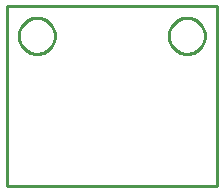
<source format=gbr>
G04 EAGLE Gerber RS-274X export*
G75*
%MOMM*%
%FSLAX34Y34*%
%LPD*%
%IN*%
%IPPOS*%
%AMOC8*
5,1,8,0,0,1.08239X$1,22.5*%
G01*
%ADD10C,0.254000*%


D10*
X0Y0D02*
X177800Y0D01*
X177800Y152400D01*
X0Y152400D01*
X0Y0D01*
X40640Y126456D02*
X40562Y125370D01*
X40407Y124292D01*
X40176Y123229D01*
X39869Y122184D01*
X39489Y121164D01*
X39037Y120174D01*
X38515Y119219D01*
X37926Y118303D01*
X37274Y117431D01*
X36561Y116609D01*
X35791Y115839D01*
X34969Y115126D01*
X34097Y114474D01*
X33181Y113885D01*
X32226Y113363D01*
X31236Y112911D01*
X30216Y112531D01*
X29171Y112224D01*
X28108Y111993D01*
X27030Y111838D01*
X25944Y111760D01*
X24856Y111760D01*
X23770Y111838D01*
X22692Y111993D01*
X21629Y112224D01*
X20584Y112531D01*
X19564Y112911D01*
X18574Y113363D01*
X17619Y113885D01*
X16703Y114474D01*
X15831Y115126D01*
X15009Y115839D01*
X14239Y116609D01*
X13526Y117431D01*
X12874Y118303D01*
X12285Y119219D01*
X11763Y120174D01*
X11311Y121164D01*
X10931Y122184D01*
X10624Y123229D01*
X10393Y124292D01*
X10238Y125370D01*
X10160Y126456D01*
X10160Y127544D01*
X10238Y128630D01*
X10393Y129708D01*
X10624Y130771D01*
X10931Y131816D01*
X11311Y132836D01*
X11763Y133826D01*
X12285Y134781D01*
X12874Y135697D01*
X13526Y136569D01*
X14239Y137391D01*
X15009Y138161D01*
X15831Y138874D01*
X16703Y139526D01*
X17619Y140115D01*
X18574Y140637D01*
X19564Y141089D01*
X20584Y141469D01*
X21629Y141776D01*
X22692Y142007D01*
X23770Y142162D01*
X24856Y142240D01*
X25944Y142240D01*
X27030Y142162D01*
X28108Y142007D01*
X29171Y141776D01*
X30216Y141469D01*
X31236Y141089D01*
X32226Y140637D01*
X33181Y140115D01*
X34097Y139526D01*
X34969Y138874D01*
X35791Y138161D01*
X36561Y137391D01*
X37274Y136569D01*
X37926Y135697D01*
X38515Y134781D01*
X39037Y133826D01*
X39489Y132836D01*
X39869Y131816D01*
X40176Y130771D01*
X40407Y129708D01*
X40562Y128630D01*
X40640Y127544D01*
X40640Y126456D01*
X167640Y126456D02*
X167562Y125370D01*
X167407Y124292D01*
X167176Y123229D01*
X166869Y122184D01*
X166489Y121164D01*
X166037Y120174D01*
X165515Y119219D01*
X164926Y118303D01*
X164274Y117431D01*
X163561Y116609D01*
X162791Y115839D01*
X161969Y115126D01*
X161097Y114474D01*
X160181Y113885D01*
X159226Y113363D01*
X158236Y112911D01*
X157216Y112531D01*
X156171Y112224D01*
X155108Y111993D01*
X154030Y111838D01*
X152944Y111760D01*
X151856Y111760D01*
X150770Y111838D01*
X149692Y111993D01*
X148629Y112224D01*
X147584Y112531D01*
X146564Y112911D01*
X145574Y113363D01*
X144619Y113885D01*
X143703Y114474D01*
X142831Y115126D01*
X142009Y115839D01*
X141239Y116609D01*
X140526Y117431D01*
X139874Y118303D01*
X139285Y119219D01*
X138763Y120174D01*
X138311Y121164D01*
X137931Y122184D01*
X137624Y123229D01*
X137393Y124292D01*
X137238Y125370D01*
X137160Y126456D01*
X137160Y127544D01*
X137238Y128630D01*
X137393Y129708D01*
X137624Y130771D01*
X137931Y131816D01*
X138311Y132836D01*
X138763Y133826D01*
X139285Y134781D01*
X139874Y135697D01*
X140526Y136569D01*
X141239Y137391D01*
X142009Y138161D01*
X142831Y138874D01*
X143703Y139526D01*
X144619Y140115D01*
X145574Y140637D01*
X146564Y141089D01*
X147584Y141469D01*
X148629Y141776D01*
X149692Y142007D01*
X150770Y142162D01*
X151856Y142240D01*
X152944Y142240D01*
X154030Y142162D01*
X155108Y142007D01*
X156171Y141776D01*
X157216Y141469D01*
X158236Y141089D01*
X159226Y140637D01*
X160181Y140115D01*
X161097Y139526D01*
X161969Y138874D01*
X162791Y138161D01*
X163561Y137391D01*
X164274Y136569D01*
X164926Y135697D01*
X165515Y134781D01*
X166037Y133826D01*
X166489Y132836D01*
X166869Y131816D01*
X167176Y130771D01*
X167407Y129708D01*
X167562Y128630D01*
X167640Y127544D01*
X167640Y126456D01*
M02*

</source>
